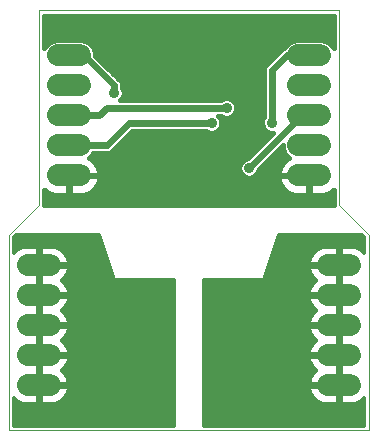
<source format=gbl>
G75*
%MOIN*%
%OFA0B0*%
%FSLAX24Y24*%
%IPPOS*%
%LPD*%
%AMOC8*
5,1,8,0,0,1.08239X$1,22.5*
%
%ADD10C,0.0000*%
%ADD11C,0.0740*%
%ADD12C,0.0240*%
%ADD13C,0.0356*%
%ADD14C,0.0160*%
%ADD15C,0.0120*%
%ADD16R,0.0356X0.0356*%
D10*
X000160Y000660D02*
X000160Y007160D01*
X001160Y008160D01*
X001160Y014660D01*
X011160Y014660D01*
X011160Y008160D01*
X012160Y007160D01*
X012160Y000660D01*
X000160Y000660D01*
D11*
X000790Y002160D02*
X001530Y002160D01*
X001530Y003160D02*
X000790Y003160D01*
X000790Y004160D02*
X001530Y004160D01*
X001530Y005160D02*
X000790Y005160D01*
X000790Y006160D02*
X001530Y006160D01*
X001790Y009160D02*
X002530Y009160D01*
X002530Y010160D02*
X001790Y010160D01*
X001790Y011160D02*
X002530Y011160D01*
X002530Y012160D02*
X001790Y012160D01*
X001790Y013160D02*
X002530Y013160D01*
X009790Y013160D02*
X010530Y013160D01*
X010530Y012160D02*
X009790Y012160D01*
X009790Y011160D02*
X010530Y011160D01*
X010530Y010160D02*
X009790Y010160D01*
X009790Y009160D02*
X010530Y009160D01*
X010790Y006160D02*
X011530Y006160D01*
X011530Y005160D02*
X010790Y005160D01*
X010790Y004160D02*
X011530Y004160D01*
X011530Y003160D02*
X010790Y003160D01*
X010790Y002160D02*
X011530Y002160D01*
D12*
X008160Y009410D02*
X009910Y011160D01*
X010160Y011160D01*
X008910Y010910D02*
X008910Y012660D01*
X009410Y013160D01*
X010160Y013160D01*
X007410Y011410D02*
X003410Y011410D01*
X003160Y011160D01*
X002160Y011160D01*
X002160Y010160D02*
X003410Y010160D01*
X004160Y010910D01*
X006910Y010910D01*
X003660Y011910D02*
X003660Y012160D01*
X002660Y013160D01*
X002160Y013160D01*
D13*
X003660Y011910D03*
X003910Y013160D03*
X006910Y010910D03*
X007410Y011410D03*
X008910Y010910D03*
X008160Y009410D03*
X006160Y009410D03*
D14*
X006730Y010640D02*
X006847Y010592D01*
X006973Y010592D01*
X007090Y010640D01*
X007180Y010730D01*
X007228Y010847D01*
X007228Y010973D01*
X007180Y011090D01*
X007120Y011150D01*
X007220Y011150D01*
X007230Y011140D01*
X007347Y011092D01*
X007473Y011092D01*
X007590Y011140D01*
X007680Y011230D01*
X007728Y011347D01*
X007728Y011473D01*
X007680Y011590D01*
X007590Y011680D01*
X007473Y011728D01*
X007347Y011728D01*
X007230Y011680D01*
X007220Y011670D01*
X003870Y011670D01*
X003930Y011730D01*
X003978Y011847D01*
X003978Y011973D01*
X003930Y012090D01*
X003920Y012100D01*
X003920Y012212D01*
X003880Y012307D01*
X003040Y013148D01*
X003040Y013261D01*
X002962Y013449D01*
X002819Y013592D01*
X002631Y013670D01*
X001689Y013670D01*
X001501Y013592D01*
X001358Y013449D01*
X001340Y013406D01*
X001340Y014480D01*
X010980Y014480D01*
X010980Y013406D01*
X010962Y013449D01*
X010819Y013592D01*
X010631Y013670D01*
X009689Y013670D01*
X009501Y013592D01*
X009358Y013449D01*
X009343Y013414D01*
X009263Y013380D01*
X009190Y013307D01*
X008690Y012807D01*
X008650Y012712D01*
X008650Y011100D01*
X008640Y011090D01*
X008592Y010973D01*
X008592Y010847D01*
X008640Y010730D01*
X008730Y010640D01*
X008847Y010592D01*
X008973Y010592D01*
X008975Y010593D01*
X008110Y009728D01*
X008097Y009728D01*
X007980Y009680D01*
X007890Y009590D01*
X007842Y009473D01*
X007842Y009347D01*
X007890Y009230D01*
X007980Y009140D01*
X008097Y009092D01*
X008223Y009092D01*
X008340Y009140D01*
X008430Y009230D01*
X008478Y009347D01*
X008478Y009360D01*
X009280Y010162D01*
X009280Y010059D01*
X009358Y009871D01*
X009491Y009738D01*
X009428Y009702D01*
X009361Y009650D01*
X009300Y009589D01*
X009248Y009522D01*
X009206Y009448D01*
X009173Y009369D01*
X009151Y009287D01*
X009140Y009203D01*
X009140Y009190D01*
X010130Y009190D01*
X010130Y009130D01*
X010190Y009130D01*
X010190Y008510D01*
X010573Y008510D01*
X010657Y008521D01*
X010739Y008543D01*
X010818Y008576D01*
X010892Y008618D01*
X010959Y008670D01*
X010980Y008691D01*
X010980Y008160D01*
X001340Y008160D01*
X001340Y008691D01*
X001361Y008670D01*
X001428Y008618D01*
X001502Y008576D01*
X001581Y008543D01*
X001663Y008521D01*
X001747Y008510D01*
X002130Y008510D01*
X002130Y009130D01*
X002190Y009130D01*
X002190Y009190D01*
X003180Y009190D01*
X003180Y009203D01*
X003169Y009287D01*
X003147Y009369D01*
X003114Y009448D01*
X003072Y009522D01*
X003020Y009589D01*
X002959Y009650D01*
X002892Y009702D01*
X002829Y009738D01*
X002962Y009871D01*
X002974Y009900D01*
X003462Y009900D01*
X003557Y009940D01*
X003630Y010013D01*
X004268Y010650D01*
X006720Y010650D01*
X006730Y010640D01*
X006725Y010646D02*
X004263Y010646D01*
X004105Y010487D02*
X008869Y010487D01*
X008725Y010646D02*
X007095Y010646D01*
X007210Y010804D02*
X008610Y010804D01*
X008592Y010963D02*
X007228Y010963D01*
X007276Y011121D02*
X007149Y011121D01*
X007544Y011121D02*
X008650Y011121D01*
X008650Y011280D02*
X007700Y011280D01*
X007728Y011438D02*
X008650Y011438D01*
X008650Y011597D02*
X007673Y011597D01*
X008650Y011755D02*
X003940Y011755D01*
X003978Y011914D02*
X008650Y011914D01*
X008650Y012072D02*
X003937Y012072D01*
X003912Y012231D02*
X008650Y012231D01*
X008650Y012389D02*
X003799Y012389D01*
X003640Y012548D02*
X008650Y012548D01*
X008650Y012706D02*
X003482Y012706D01*
X003323Y012865D02*
X008747Y012865D01*
X008905Y013023D02*
X003165Y013023D01*
X003040Y013182D02*
X009064Y013182D01*
X009222Y013340D02*
X003007Y013340D01*
X002913Y013499D02*
X009407Y013499D01*
X009657Y013657D02*
X002663Y013657D01*
X001657Y013657D02*
X001340Y013657D01*
X001340Y013816D02*
X010980Y013816D01*
X010980Y013974D02*
X001340Y013974D01*
X001340Y014133D02*
X010980Y014133D01*
X010980Y014291D02*
X001340Y014291D01*
X001340Y014450D02*
X010980Y014450D01*
X010980Y013657D02*
X010663Y013657D01*
X010913Y013499D02*
X010980Y013499D01*
X008711Y010329D02*
X003946Y010329D01*
X003788Y010170D02*
X008552Y010170D01*
X008394Y010012D02*
X003629Y010012D01*
X003143Y009378D02*
X007842Y009378D01*
X007868Y009536D02*
X003061Y009536D01*
X002901Y009695D02*
X008016Y009695D01*
X008235Y009853D02*
X002944Y009853D01*
X003178Y009219D02*
X007901Y009219D01*
X008419Y009219D02*
X009142Y009219D01*
X009140Y009130D02*
X009140Y009117D01*
X009151Y009033D01*
X009173Y008951D01*
X009206Y008872D01*
X009248Y008798D01*
X009300Y008731D01*
X009361Y008670D01*
X009428Y008618D01*
X009502Y008576D01*
X009581Y008543D01*
X009663Y008521D01*
X009747Y008510D01*
X010130Y008510D01*
X010130Y009130D01*
X009140Y009130D01*
X009147Y009061D02*
X003173Y009061D01*
X003169Y009033D02*
X003180Y009117D01*
X003180Y009130D01*
X002190Y009130D01*
X002190Y008510D01*
X002573Y008510D01*
X002657Y008521D01*
X002739Y008543D01*
X002818Y008576D01*
X002892Y008618D01*
X002959Y008670D01*
X003020Y008731D01*
X003072Y008798D01*
X003114Y008872D01*
X003147Y008951D01*
X003169Y009033D01*
X003127Y008902D02*
X009193Y008902D01*
X009290Y008744D02*
X003030Y008744D01*
X002834Y008585D02*
X009486Y008585D01*
X010130Y008585D02*
X010190Y008585D01*
X010190Y008744D02*
X010130Y008744D01*
X010130Y008902D02*
X010190Y008902D01*
X010190Y009061D02*
X010130Y009061D01*
X010834Y008585D02*
X010980Y008585D01*
X010980Y008427D02*
X001340Y008427D01*
X001340Y008585D02*
X001486Y008585D01*
X001340Y008268D02*
X010980Y008268D01*
X009419Y009695D02*
X008812Y009695D01*
X008971Y009853D02*
X009376Y009853D01*
X009299Y010012D02*
X009129Y010012D01*
X009259Y009536D02*
X008654Y009536D01*
X008495Y009378D02*
X009177Y009378D01*
X002190Y009061D02*
X002130Y009061D01*
X002130Y008902D02*
X002190Y008902D01*
X002190Y008744D02*
X002130Y008744D01*
X002130Y008585D02*
X002190Y008585D01*
X001407Y013499D02*
X001340Y013499D01*
D15*
X000386Y007160D02*
X003160Y007160D01*
X003660Y005660D01*
X005660Y005660D01*
X005660Y000820D01*
X000320Y000820D01*
X000320Y001739D01*
X000380Y001679D01*
X000460Y001621D01*
X000548Y001576D01*
X000642Y001546D01*
X000740Y001530D01*
X001110Y001530D01*
X001110Y002110D01*
X001210Y002110D01*
X001210Y002210D01*
X002160Y002210D01*
X002144Y002308D01*
X002114Y002402D01*
X002069Y002490D01*
X002011Y002570D01*
X001940Y002641D01*
X001914Y002660D01*
X001940Y002679D01*
X002011Y002750D01*
X002069Y002830D01*
X002114Y002918D01*
X002144Y003012D01*
X002160Y003110D01*
X001210Y003110D01*
X001210Y003210D01*
X002160Y003210D01*
X002144Y003308D01*
X002114Y003402D01*
X002069Y003490D01*
X002011Y003570D01*
X001940Y003641D01*
X001914Y003660D01*
X001940Y003679D01*
X002011Y003750D01*
X002069Y003830D01*
X002114Y003918D01*
X002144Y004012D01*
X002160Y004110D01*
X001210Y004110D01*
X001210Y004210D01*
X002160Y004210D01*
X002144Y004308D01*
X002114Y004402D01*
X002069Y004490D01*
X002011Y004570D01*
X001940Y004641D01*
X001914Y004660D01*
X001940Y004679D01*
X002011Y004750D01*
X002069Y004830D01*
X002114Y004918D01*
X002144Y005012D01*
X002160Y005110D01*
X001210Y005110D01*
X001210Y005210D01*
X002160Y005210D01*
X002144Y005308D01*
X002114Y005402D01*
X002069Y005490D01*
X002011Y005570D01*
X001940Y005641D01*
X001914Y005660D01*
X001940Y005679D01*
X002011Y005750D01*
X002069Y005830D01*
X002114Y005918D01*
X002144Y006012D01*
X002160Y006110D01*
X001210Y006110D01*
X001210Y006210D01*
X001110Y006210D01*
X001110Y006790D01*
X000740Y006790D01*
X000642Y006774D01*
X000548Y006744D01*
X000460Y006699D01*
X000380Y006641D01*
X000320Y006581D01*
X000320Y007094D01*
X000386Y007160D01*
X000320Y007059D02*
X003194Y007059D01*
X003233Y006941D02*
X000320Y006941D01*
X000320Y006822D02*
X003273Y006822D01*
X003312Y006704D02*
X001851Y006704D01*
X001860Y006699D02*
X001772Y006744D01*
X001678Y006774D01*
X001580Y006790D01*
X001210Y006790D01*
X001210Y006210D01*
X002160Y006210D01*
X002144Y006308D01*
X002114Y006402D01*
X002069Y006490D01*
X002011Y006570D01*
X001940Y006641D01*
X001860Y006699D01*
X001996Y006585D02*
X003352Y006585D01*
X003391Y006467D02*
X002081Y006467D01*
X002131Y006348D02*
X003431Y006348D01*
X003470Y006230D02*
X002157Y006230D01*
X002138Y005993D02*
X003549Y005993D01*
X003510Y006111D02*
X001210Y006111D01*
X001210Y006110D02*
X001210Y005530D01*
X001210Y005210D01*
X001110Y005210D01*
X001110Y006110D01*
X001210Y006110D01*
X001210Y005993D02*
X001110Y005993D01*
X001110Y005874D02*
X001210Y005874D01*
X001210Y005756D02*
X001110Y005756D01*
X001110Y005637D02*
X001210Y005637D01*
X001210Y005519D02*
X001110Y005519D01*
X001110Y005400D02*
X001210Y005400D01*
X001210Y005282D02*
X001110Y005282D01*
X001210Y005163D02*
X005660Y005163D01*
X005660Y005045D02*
X002150Y005045D01*
X002116Y004926D02*
X005660Y004926D01*
X005660Y004808D02*
X002053Y004808D01*
X001950Y004689D02*
X005660Y004689D01*
X005660Y004571D02*
X002010Y004571D01*
X002088Y004452D02*
X005660Y004452D01*
X005660Y004334D02*
X002136Y004334D01*
X002159Y004215D02*
X005660Y004215D01*
X005660Y004097D02*
X002158Y004097D01*
X002133Y003978D02*
X005660Y003978D01*
X005660Y003860D02*
X002084Y003860D01*
X002002Y003741D02*
X005660Y003741D01*
X005660Y003623D02*
X001958Y003623D01*
X002059Y003504D02*
X005660Y003504D01*
X005660Y003386D02*
X002119Y003386D01*
X002151Y003267D02*
X005660Y003267D01*
X005660Y003149D02*
X001210Y003149D01*
X001210Y003110D02*
X001210Y002530D01*
X001210Y002210D01*
X001110Y002210D01*
X001110Y003110D01*
X001210Y003110D01*
X001210Y003030D02*
X001110Y003030D01*
X001110Y002912D02*
X001210Y002912D01*
X001210Y002793D02*
X001110Y002793D01*
X001110Y002675D02*
X001210Y002675D01*
X001210Y002556D02*
X001110Y002556D01*
X001110Y002438D02*
X001210Y002438D01*
X001210Y002319D02*
X001110Y002319D01*
X001210Y002201D02*
X005660Y002201D01*
X005660Y002319D02*
X002141Y002319D01*
X002096Y002438D02*
X005660Y002438D01*
X005660Y002556D02*
X002021Y002556D01*
X001934Y002675D02*
X005660Y002675D01*
X005660Y002793D02*
X002042Y002793D01*
X002110Y002912D02*
X005660Y002912D01*
X005660Y003030D02*
X002147Y003030D01*
X002160Y002110D02*
X001210Y002110D01*
X001210Y001530D01*
X001580Y001530D01*
X001678Y001546D01*
X001772Y001576D01*
X001860Y001621D01*
X001940Y001679D01*
X002011Y001750D01*
X002069Y001830D01*
X002114Y001918D01*
X002144Y002012D01*
X002160Y002110D01*
X002155Y002082D02*
X005660Y002082D01*
X005660Y001964D02*
X002129Y001964D01*
X002077Y001845D02*
X005660Y001845D01*
X005660Y001727D02*
X001987Y001727D01*
X001834Y001608D02*
X005660Y001608D01*
X005660Y001490D02*
X000320Y001490D01*
X000320Y001608D02*
X000486Y001608D01*
X000333Y001727D02*
X000320Y001727D01*
X000320Y001371D02*
X005660Y001371D01*
X005660Y001253D02*
X000320Y001253D01*
X000320Y001134D02*
X005660Y001134D01*
X005660Y001016D02*
X000320Y001016D01*
X000320Y000897D02*
X005660Y000897D01*
X006660Y000897D02*
X012000Y000897D01*
X012000Y000820D02*
X006660Y000820D01*
X006660Y005660D01*
X008660Y005660D01*
X009160Y007160D01*
X011934Y007160D01*
X012000Y007094D01*
X012000Y006581D01*
X011940Y006641D01*
X011860Y006699D01*
X011772Y006744D01*
X011678Y006774D01*
X011580Y006790D01*
X011210Y006790D01*
X011210Y006210D01*
X011110Y006210D01*
X011110Y006790D01*
X010740Y006790D01*
X010642Y006774D01*
X010548Y006744D01*
X010460Y006699D01*
X010380Y006641D01*
X010309Y006570D01*
X010251Y006490D01*
X010206Y006402D01*
X010176Y006308D01*
X010160Y006210D01*
X011110Y006210D01*
X011110Y006110D01*
X010160Y006110D01*
X010176Y006012D01*
X010206Y005918D01*
X010251Y005830D01*
X010309Y005750D01*
X010380Y005679D01*
X010406Y005660D01*
X010380Y005641D01*
X010309Y005570D01*
X010251Y005490D01*
X010206Y005402D01*
X010176Y005308D01*
X010160Y005210D01*
X011110Y005210D01*
X011110Y006110D01*
X011210Y006110D01*
X011210Y005530D01*
X011210Y005210D01*
X011110Y005210D01*
X011110Y005110D01*
X010160Y005110D01*
X010176Y005012D01*
X010206Y004918D01*
X010251Y004830D01*
X010309Y004750D01*
X010380Y004679D01*
X010406Y004660D01*
X010380Y004641D01*
X010309Y004570D01*
X010251Y004490D01*
X010206Y004402D01*
X010176Y004308D01*
X010160Y004210D01*
X011110Y004210D01*
X011110Y005110D01*
X011210Y005110D01*
X011210Y004530D01*
X011210Y004210D01*
X011110Y004210D01*
X011110Y004110D01*
X010160Y004110D01*
X010176Y004012D01*
X010206Y003918D01*
X010251Y003830D01*
X010309Y003750D01*
X010380Y003679D01*
X010406Y003660D01*
X010380Y003641D01*
X010309Y003570D01*
X010251Y003490D01*
X010206Y003402D01*
X010176Y003308D01*
X010160Y003210D01*
X011110Y003210D01*
X011110Y004110D01*
X011210Y004110D01*
X011210Y003530D01*
X011210Y003210D01*
X011110Y003210D01*
X011110Y003110D01*
X010160Y003110D01*
X010176Y003012D01*
X010206Y002918D01*
X010251Y002830D01*
X010309Y002750D01*
X010380Y002679D01*
X010406Y002660D01*
X010380Y002641D01*
X010309Y002570D01*
X010251Y002490D01*
X010206Y002402D01*
X010176Y002308D01*
X010160Y002210D01*
X011110Y002210D01*
X011110Y003110D01*
X011210Y003110D01*
X011210Y002530D01*
X011210Y002210D01*
X011110Y002210D01*
X011110Y002110D01*
X011210Y002110D01*
X011210Y001530D01*
X011580Y001530D01*
X011678Y001546D01*
X011772Y001576D01*
X011860Y001621D01*
X011940Y001679D01*
X012000Y001739D01*
X012000Y000820D01*
X012000Y001016D02*
X006660Y001016D01*
X006660Y001134D02*
X012000Y001134D01*
X012000Y001253D02*
X006660Y001253D01*
X006660Y001371D02*
X012000Y001371D01*
X012000Y001490D02*
X006660Y001490D01*
X006660Y001608D02*
X010486Y001608D01*
X010460Y001621D02*
X010548Y001576D01*
X010642Y001546D01*
X010740Y001530D01*
X011110Y001530D01*
X011110Y002110D01*
X010160Y002110D01*
X010176Y002012D01*
X010206Y001918D01*
X010251Y001830D01*
X010309Y001750D01*
X010380Y001679D01*
X010460Y001621D01*
X010333Y001727D02*
X006660Y001727D01*
X006660Y001845D02*
X010243Y001845D01*
X010191Y001964D02*
X006660Y001964D01*
X006660Y002082D02*
X010164Y002082D01*
X010179Y002319D02*
X006660Y002319D01*
X006660Y002201D02*
X011110Y002201D01*
X011110Y002319D02*
X011210Y002319D01*
X011210Y002438D02*
X011110Y002438D01*
X011110Y002556D02*
X011210Y002556D01*
X011210Y002675D02*
X011110Y002675D01*
X011110Y002793D02*
X011210Y002793D01*
X011210Y002912D02*
X011110Y002912D01*
X011110Y003030D02*
X011210Y003030D01*
X011110Y003149D02*
X006660Y003149D01*
X006660Y003267D02*
X010169Y003267D01*
X010201Y003386D02*
X006660Y003386D01*
X006660Y003504D02*
X010261Y003504D01*
X010362Y003623D02*
X006660Y003623D01*
X006660Y003741D02*
X010318Y003741D01*
X010236Y003860D02*
X006660Y003860D01*
X006660Y003978D02*
X010187Y003978D01*
X010162Y004097D02*
X006660Y004097D01*
X006660Y004215D02*
X010161Y004215D01*
X010184Y004334D02*
X006660Y004334D01*
X006660Y004452D02*
X010232Y004452D01*
X010310Y004571D02*
X006660Y004571D01*
X006660Y004689D02*
X010370Y004689D01*
X010267Y004808D02*
X006660Y004808D01*
X006660Y004926D02*
X010204Y004926D01*
X010170Y005045D02*
X006660Y005045D01*
X006660Y005163D02*
X011110Y005163D01*
X011110Y005045D02*
X011210Y005045D01*
X011210Y004926D02*
X011110Y004926D01*
X011110Y004808D02*
X011210Y004808D01*
X011210Y004689D02*
X011110Y004689D01*
X011110Y004571D02*
X011210Y004571D01*
X011210Y004452D02*
X011110Y004452D01*
X011110Y004334D02*
X011210Y004334D01*
X011210Y004215D02*
X011110Y004215D01*
X011110Y004097D02*
X011210Y004097D01*
X011210Y003978D02*
X011110Y003978D01*
X011110Y003860D02*
X011210Y003860D01*
X011210Y003741D02*
X011110Y003741D01*
X011110Y003623D02*
X011210Y003623D01*
X011210Y003504D02*
X011110Y003504D01*
X011110Y003386D02*
X011210Y003386D01*
X011210Y003267D02*
X011110Y003267D01*
X010386Y002675D02*
X006660Y002675D01*
X006660Y002793D02*
X010278Y002793D01*
X010210Y002912D02*
X006660Y002912D01*
X006660Y003030D02*
X010173Y003030D01*
X010299Y002556D02*
X006660Y002556D01*
X006660Y002438D02*
X010224Y002438D01*
X011110Y002082D02*
X011210Y002082D01*
X011210Y001964D02*
X011110Y001964D01*
X011110Y001845D02*
X011210Y001845D01*
X011210Y001727D02*
X011110Y001727D01*
X011110Y001608D02*
X011210Y001608D01*
X011834Y001608D02*
X012000Y001608D01*
X011987Y001727D02*
X012000Y001727D01*
X011210Y005282D02*
X011110Y005282D01*
X011110Y005400D02*
X011210Y005400D01*
X011210Y005519D02*
X011110Y005519D01*
X011110Y005637D02*
X011210Y005637D01*
X011210Y005756D02*
X011110Y005756D01*
X011110Y005874D02*
X011210Y005874D01*
X011210Y005993D02*
X011110Y005993D01*
X011110Y006111D02*
X008810Y006111D01*
X008771Y005993D02*
X010182Y005993D01*
X010229Y005874D02*
X008731Y005874D01*
X008692Y005756D02*
X010305Y005756D01*
X010376Y005637D02*
X006660Y005637D01*
X006660Y005519D02*
X010272Y005519D01*
X010206Y005400D02*
X006660Y005400D01*
X006660Y005282D02*
X010171Y005282D01*
X010163Y006230D02*
X008850Y006230D01*
X008889Y006348D02*
X010189Y006348D01*
X010239Y006467D02*
X008929Y006467D01*
X008968Y006585D02*
X010324Y006585D01*
X010469Y006704D02*
X009008Y006704D01*
X009047Y006822D02*
X012000Y006822D01*
X012000Y006704D02*
X011851Y006704D01*
X011996Y006585D02*
X012000Y006585D01*
X012000Y006941D02*
X009087Y006941D01*
X009126Y007059D02*
X012000Y007059D01*
X011210Y006704D02*
X011110Y006704D01*
X011110Y006585D02*
X011210Y006585D01*
X011210Y006467D02*
X011110Y006467D01*
X011110Y006348D02*
X011210Y006348D01*
X011210Y006230D02*
X011110Y006230D01*
X005660Y005637D02*
X001944Y005637D01*
X002015Y005756D02*
X003628Y005756D01*
X003589Y005874D02*
X002091Y005874D01*
X002048Y005519D02*
X005660Y005519D01*
X005660Y005400D02*
X002114Y005400D01*
X002149Y005282D02*
X005660Y005282D01*
X001210Y005110D02*
X001210Y004530D01*
X001210Y004210D01*
X001110Y004210D01*
X001110Y005110D01*
X001210Y005110D01*
X001210Y005045D02*
X001110Y005045D01*
X001110Y004926D02*
X001210Y004926D01*
X001210Y004808D02*
X001110Y004808D01*
X001110Y004689D02*
X001210Y004689D01*
X001210Y004571D02*
X001110Y004571D01*
X001110Y004452D02*
X001210Y004452D01*
X001210Y004334D02*
X001110Y004334D01*
X001110Y004215D02*
X001210Y004215D01*
X001210Y004110D02*
X001210Y003530D01*
X001210Y003210D01*
X001110Y003210D01*
X001110Y004110D01*
X001210Y004110D01*
X001210Y004097D02*
X001110Y004097D01*
X001110Y003978D02*
X001210Y003978D01*
X001210Y003860D02*
X001110Y003860D01*
X001110Y003741D02*
X001210Y003741D01*
X001210Y003623D02*
X001110Y003623D01*
X001110Y003504D02*
X001210Y003504D01*
X001210Y003386D02*
X001110Y003386D01*
X001110Y003267D02*
X001210Y003267D01*
X001210Y002082D02*
X001110Y002082D01*
X001110Y001964D02*
X001210Y001964D01*
X001210Y001845D02*
X001110Y001845D01*
X001110Y001727D02*
X001210Y001727D01*
X001210Y001608D02*
X001110Y001608D01*
X001110Y006230D02*
X001210Y006230D01*
X001210Y006348D02*
X001110Y006348D01*
X001110Y006467D02*
X001210Y006467D01*
X001210Y006585D02*
X001110Y006585D01*
X001110Y006704D02*
X001210Y006704D01*
X000469Y006704D02*
X000320Y006704D01*
X000320Y006585D02*
X000324Y006585D01*
D16*
X002910Y006910D03*
X003660Y005160D03*
X003660Y004160D03*
X003660Y003160D03*
X003660Y002160D03*
X005160Y001660D03*
X007160Y001660D03*
X008660Y002160D03*
X008660Y003160D03*
X008660Y004160D03*
X008660Y005160D03*
X009410Y006910D03*
X010660Y001410D03*
X001910Y001410D03*
M02*

</source>
